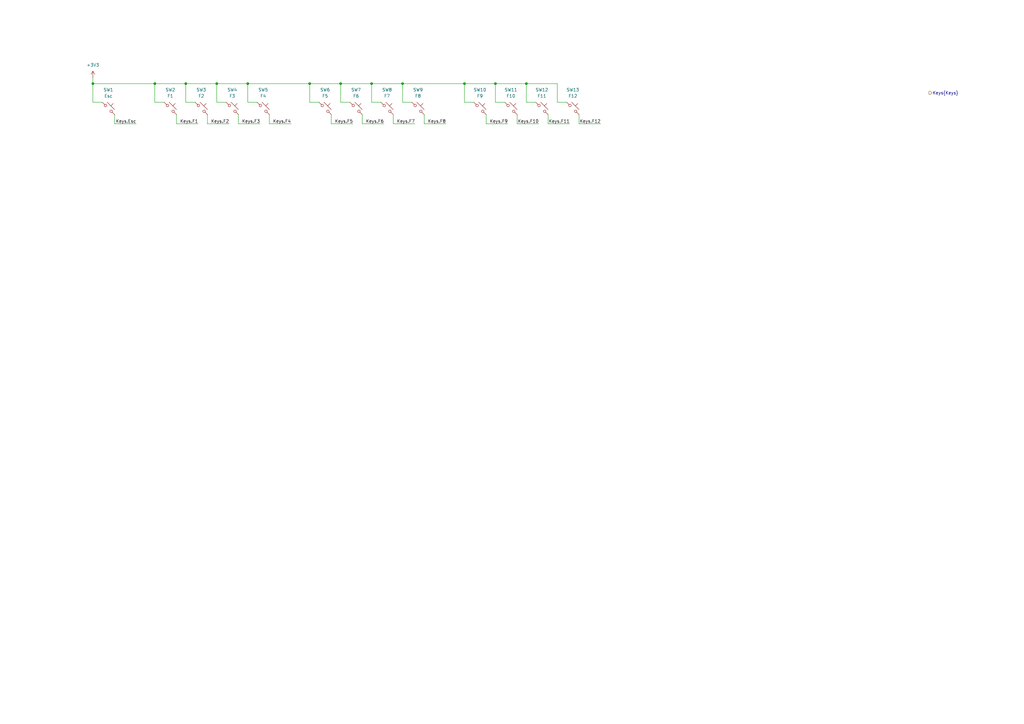
<source format=kicad_sch>
(kicad_sch (version 20250114) (generator "eeschema") (generator_version "9.0")
  (paper "A3")
  (lib_symbols
    (symbol "Switch:SW_Push_45deg" (pin_numbers (hide yes)) (pin_names (offset 1.016) (hide yes))
      (property "Reference" "SW" (at 3.048 1.016 0))
      (property "Value" "SW_Push_45deg" (at 0 -3.81 0))
      (symbol "SW_Push_45deg_0_1"
        (polyline (pts (xy -2.54 2.54) (xy -1.524 1.524) (xy -1.524 1.524)))
        (circle (center -1.1684 1.1684) (radius 0.508))
        (polyline (pts (xy -0.508 2.54) (xy 2.54 -0.508)))
        (polyline (pts (xy 1.016 1.016) (xy 2.032 2.032)))
        (circle (center 1.143 -1.1938) (radius 0.508))
        (polyline (pts (xy 1.524 -1.524) (xy 2.54 -2.54) (xy 2.54 -2.54) (xy 2.54 -2.54)))
        (pin passive line (at -2.54 2.54 0) (length 0) (name "1") (number "1"))
        (pin passive line (at 2.54 -2.54 180) (length 0) (name "2") (number "2"))
      )
    )
    (symbol "power:+3V3" (power) (pin_numbers (hide yes)) (pin_names (offset 0) (hide yes))
      (property "Value" "+3V3" (at 0 3.556 0))
      (symbol "+3V3_0_1"
        (polyline (pts (xy -0.762 1.27) (xy 0 2.54)))
        (polyline (pts (xy 0 2.54) (xy 0.762 1.27)))
        (polyline (pts (xy 0 0) (xy 0 2.54)))
      )
      (symbol "+3V3_1_1"
        (pin power_in line (at 0 0 90) (length 0) (name "~") (number "1"))
      )
    )
  )
  (bus_alias "Keys" (members "Esc" "F1" "F2" "F3" "F4" "F5" "F6" "F7" "F8" "F9" "F10" "F11" "F12"))
  (junction (at 152.4 34.29))
  (junction (at 165.1 34.29))
  (junction (at 76.2 34.29))
  (junction (at 203.2 34.29))
  (junction (at 101.6 34.29))
  (junction (at 38.1 34.29))
  (junction (at 190.5 34.29))
  (junction (at 127 34.29))
  (junction (at 139.7 34.29))
  (junction (at 88.9 34.29))
  (junction (at 63.5 34.29))
  (junction (at 215.9 34.29))
  (wire (pts (xy 139.7 34.29) (xy 152.4 34.29)))
  (wire (pts (xy 161.29 46.99) (xy 161.29 50.8)))
  (wire (pts (xy 101.6 34.29) (xy 101.6 41.91)))
  (wire (pts (xy 88.9 34.29) (xy 88.9 41.91)))
  (wire (pts (xy 46.99 50.8) (xy 55.88 50.8)))
  (wire (pts (xy 168.91 41.91) (xy 165.1 41.91)))
  (wire (pts (xy 190.5 34.29) (xy 203.2 34.29)))
  (wire (pts (xy 152.4 34.29) (xy 165.1 34.29)))
  (wire (pts (xy 105.41 41.91) (xy 101.6 41.91)))
  (wire (pts (xy 148.59 50.8) (xy 157.48 50.8)))
  (wire (pts (xy 212.09 46.99) (xy 212.09 50.8)))
  (wire (pts (xy 156.21 41.91) (xy 152.4 41.91)))
  (wire (pts (xy 165.1 34.29) (xy 190.5 34.29)))
  (wire (pts (xy 80.01 41.91) (xy 76.2 41.91)))
  (wire (pts (xy 143.51 41.91) (xy 139.7 41.91)))
  (wire (pts (xy 135.89 50.8) (xy 144.78 50.8)))
  (wire (pts (xy 165.1 34.29) (xy 165.1 41.91)))
  (wire (pts (xy 212.09 50.8) (xy 220.98 50.8)))
  (wire (pts (xy 38.1 34.29) (xy 63.5 34.29)))
  (wire (pts (xy 152.4 34.29) (xy 152.4 41.91)))
  (wire (pts (xy 199.39 46.99) (xy 199.39 50.8)))
  (wire (pts (xy 97.79 50.8) (xy 106.68 50.8)))
  (wire (pts (xy 232.41 41.91) (xy 228.6 41.91)))
  (wire (pts (xy 194.31 41.91) (xy 190.5 41.91)))
  (wire (pts (xy 190.5 34.29) (xy 190.5 41.91)))
  (wire (pts (xy 67.31 41.91) (xy 63.5 41.91)))
  (wire (pts (xy 63.5 34.29) (xy 76.2 34.29)))
  (wire (pts (xy 161.29 50.8) (xy 170.18 50.8)))
  (wire (pts (xy 127 34.29) (xy 139.7 34.29)))
  (wire (pts (xy 92.71 41.91) (xy 88.9 41.91)))
  (wire (pts (xy 237.49 50.8) (xy 246.38 50.8)))
  (wire (pts (xy 110.49 46.99) (xy 110.49 50.8)))
  (wire (pts (xy 85.09 50.8) (xy 93.98 50.8)))
  (wire (pts (xy 72.39 46.99) (xy 72.39 50.8)))
  (wire (pts (xy 215.9 34.29) (xy 228.6 34.29)))
  (wire (pts (xy 199.39 50.8) (xy 208.28 50.8)))
  (wire (pts (xy 46.99 46.99) (xy 46.99 50.8)))
  (wire (pts (xy 215.9 34.29) (xy 215.9 41.91)))
  (wire (pts (xy 72.39 50.8) (xy 81.28 50.8)))
  (wire (pts (xy 97.79 46.99) (xy 97.79 50.8)))
  (wire (pts (xy 38.1 34.29) (xy 38.1 41.91)))
  (wire (pts (xy 237.49 46.99) (xy 237.49 50.8)))
  (wire (pts (xy 76.2 34.29) (xy 76.2 41.91)))
  (wire (pts (xy 130.81 41.91) (xy 127 41.91)))
  (wire (pts (xy 41.91 41.91) (xy 38.1 41.91)))
  (wire (pts (xy 110.49 50.8) (xy 119.38 50.8)))
  (wire (pts (xy 76.2 34.29) (xy 88.9 34.29)))
  (wire (pts (xy 139.7 34.29) (xy 139.7 41.91)))
  (wire (pts (xy 85.09 46.99) (xy 85.09 50.8)))
  (wire (pts (xy 101.6 34.29) (xy 127 34.29)))
  (wire (pts (xy 219.71 41.91) (xy 215.9 41.91)))
  (wire (pts (xy 228.6 34.29) (xy 228.6 41.91)))
  (wire (pts (xy 38.1 31.75) (xy 38.1 34.29)))
  (wire (pts (xy 135.89 46.99) (xy 135.89 50.8)))
  (wire (pts (xy 203.2 34.29) (xy 215.9 34.29)))
  (wire (pts (xy 207.01 41.91) (xy 203.2 41.91)))
  (wire (pts (xy 224.79 50.8) (xy 233.68 50.8)))
  (wire (pts (xy 127 34.29) (xy 127 41.91)))
  (wire (pts (xy 63.5 34.29) (xy 63.5 41.91)))
  (wire (pts (xy 88.9 34.29) (xy 101.6 34.29)))
  (wire (pts (xy 173.99 46.99) (xy 173.99 50.8)))
  (wire (pts (xy 148.59 46.99) (xy 148.59 50.8)))
  (wire (pts (xy 173.99 50.8) (xy 182.88 50.8)))
  (wire (pts (xy 203.2 34.29) (xy 203.2 41.91)))
  (wire (pts (xy 224.79 46.99) (xy 224.79 50.8)))
  (label "Keys.F3" (at 106.68 50.8 180))
  (label "Keys.F5" (at 144.78 50.8 180))
  (label "Keys.F11" (at 233.68 50.8 180))
  (label "Keys.Esc" (at 55.88 50.8 180))
  (label "Keys.F7" (at 170.18 50.8 180))
  (label "Keys.F1" (at 81.28 50.8 180))
  (label "Keys.F8" (at 182.88 50.8 180))
  (label "Keys.F4" (at 119.38 50.8 180))
  (label "Keys.F12" (at 246.38 50.8 180))
  (label "Keys.F10" (at 220.98 50.8 180))
  (label "Keys.F2" (at 93.98 50.8 180))
  (label "Keys.F6" (at 157.48 50.8 180))
  (label "Keys.F9" (at 208.28 50.8 180))
  (hierarchical_label "Keys{Keys}" (shape output) (at 381 38.1 0))
  (symbol (lib_id "Switch:SW_Push_45deg") (at 196.85 44.45 0) (unit 1)
    (property "Reference" "SW10" (at 196.85 36.83 0))
    (property "Value" "F9" (at 196.85 39.37 0))
    (property "Footprint" "Button_Switch_Keyboard:SW_Cherry_MX_1.00u_PCB" (effects (hide yes)))
    (property "Description" "Push button switch, normally open, two pins, 45° tilted" (effects (hide yes)))
  )
  (symbol (lib_id "Switch:SW_Push_45deg") (at 69.85 44.45 0) (unit 1)
    (property "Reference" "SW2" (at 69.85 36.83 0))
    (property "Value" "F1" (at 69.85 39.37 0))
    (property "Footprint" "Button_Switch_Keyboard:SW_Cherry_MX_1.00u_PCB" (effects (hide yes)))
    (property "Description" "Push button switch, normally open, two pins, 45° tilted" (effects (hide yes)))
  )
  (symbol (lib_id "power:+3V3") (at 38.1 31.75 0) (unit 1)
    (property "Reference" "#PWR035" (effects (hide yes)))
    (property "Value" "+3V3" (at 38.1 26.67 0))
    (property "Description" "Power symbol creates a global label with name \"+3V3\"" (effects (hide yes)))
  )
  (symbol (lib_id "Switch:SW_Push_45deg") (at 222.25 44.45 0) (unit 1)
    (property "Reference" "SW12" (at 222.25 36.83 0))
    (property "Value" "F11" (at 222.25 39.37 0))
    (property "Footprint" "Button_Switch_Keyboard:SW_Cherry_MX_1.00u_PCB" (effects (hide yes)))
    (property "Description" "Push button switch, normally open, two pins, 45° tilted" (effects (hide yes)))
  )
  (symbol (lib_id "Switch:SW_Push_45deg") (at 107.95 44.45 0) (unit 1)
    (property "Reference" "SW5" (at 107.95 36.83 0))
    (property "Value" "F4" (at 107.95 39.37 0))
    (property "Footprint" "Button_Switch_Keyboard:SW_Cherry_MX_1.00u_PCB" (effects (hide yes)))
    (property "Description" "Push button switch, normally open, two pins, 45° tilted" (effects (hide yes)))
  )
  (symbol (lib_id "Switch:SW_Push_45deg") (at 44.45 44.45 0) (unit 1)
    (property "Reference" "SW1" (at 44.45 36.83 0))
    (property "Value" "Esc" (at 44.45 39.37 0))
    (property "Footprint" "Button_Switch_Keyboard:SW_Cherry_MX_1.00u_PCB" (effects (hide yes)))
    (property "Description" "Push button switch, normally open, two pins, 45° tilted" (effects (hide yes)))
  )
  (symbol (lib_id "Switch:SW_Push_45deg") (at 82.55 44.45 0) (unit 1)
    (property "Reference" "SW3" (at 82.55 36.83 0))
    (property "Value" "F2" (at 82.55 39.37 0))
    (property "Footprint" "Button_Switch_Keyboard:SW_Cherry_MX_1.00u_PCB" (effects (hide yes)))
    (property "Description" "Push button switch, normally open, two pins, 45° tilted" (effects (hide yes)))
  )
  (symbol (lib_id "Switch:SW_Push_45deg") (at 234.95 44.45 0) (unit 1)
    (property "Reference" "SW13" (at 234.95 36.83 0))
    (property "Value" "F12" (at 234.95 39.37 0))
    (property "Footprint" "Button_Switch_Keyboard:SW_Cherry_MX_1.00u_PCB" (effects (hide yes)))
    (property "Description" "Push button switch, normally open, two pins, 45° tilted" (effects (hide yes)))
  )
  (symbol (lib_id "Switch:SW_Push_45deg") (at 133.35 44.45 0) (unit 1)
    (property "Reference" "SW6" (at 133.35 36.83 0))
    (property "Value" "F5" (at 133.35 39.37 0))
    (property "Footprint" "Button_Switch_Keyboard:SW_Cherry_MX_1.00u_PCB" (effects (hide yes)))
    (property "Description" "Push button switch, normally open, two pins, 45° tilted" (effects (hide yes)))
  )
  (symbol (lib_id "Switch:SW_Push_45deg") (at 209.55 44.45 0) (unit 1)
    (property "Reference" "SW11" (at 209.55 36.83 0))
    (property "Value" "F10" (at 209.55 39.37 0))
    (property "Footprint" "Button_Switch_Keyboard:SW_Cherry_MX_1.00u_PCB" (effects (hide yes)))
    (property "Description" "Push button switch, normally open, two pins, 45° tilted" (effects (hide yes)))
  )
  (symbol (lib_id "Switch:SW_Push_45deg") (at 158.75 44.45 0) (unit 1)
    (property "Reference" "SW8" (at 158.75 36.83 0))
    (property "Value" "F7" (at 158.75 39.37 0))
    (property "Footprint" "Button_Switch_Keyboard:SW_Cherry_MX_1.00u_PCB" (effects (hide yes)))
    (property "Description" "Push button switch, normally open, two pins, 45° tilted" (effects (hide yes)))
  )
  (symbol (lib_id "Switch:SW_Push_45deg") (at 146.05 44.45 0) (unit 1)
    (property "Reference" "SW7" (at 146.05 36.83 0))
    (property "Value" "F6" (at 146.05 39.37 0))
    (property "Footprint" "Button_Switch_Keyboard:SW_Cherry_MX_1.00u_PCB" (effects (hide yes)))
    (property "Description" "Push button switch, normally open, two pins, 45° tilted" (effects (hide yes)))
  )
  (symbol (lib_id "Switch:SW_Push_45deg") (at 171.45 44.45 0) (unit 1)
    (property "Reference" "SW9" (at 171.45 36.83 0))
    (property "Value" "F8" (at 171.45 39.37 0))
    (property "Footprint" "Button_Switch_Keyboard:SW_Cherry_MX_1.00u_PCB" (effects (hide yes)))
    (property "Description" "Push button switch, normally open, two pins, 45° tilted" (effects (hide yes)))
  )
  (symbol (lib_id "Switch:SW_Push_45deg") (at 95.25 44.45 0) (unit 1)
    (property "Reference" "SW4" (at 95.25 36.83 0))
    (property "Value" "F3" (at 95.25 39.37 0))
    (property "Footprint" "Button_Switch_Keyboard:SW_Cherry_MX_1.00u_PCB" (effects (hide yes)))
    (property "Description" "Push button switch, normally open, two pins, 45° tilted" (effects (hide yes)))
  )
)
</source>
